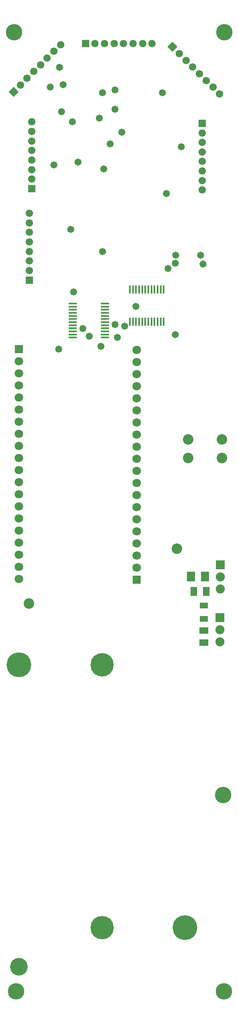
<source format=gbr>
G04*
G04 #@! TF.GenerationSoftware,Altium Limited,Altium Designer,22.11.1 (43)*
G04*
G04 Layer_Color=16711935*
%FSLAX44Y44*%
%MOMM*%
G71*
G04*
G04 #@! TF.SameCoordinates,B6AE56F5-1224-44F4-9462-935C271CF011*
G04*
G04*
G04 #@! TF.FilePolarity,Negative*
G04*
G01*
G75*
%ADD25C,1.5532*%
%ADD26R,1.5532X1.5532*%
%ADD27C,1.8032*%
%ADD28R,1.8032X1.8032*%
%ADD29C,1.9032*%
%ADD30R,1.9032X1.9032*%
%ADD31P,2.1966X4X90.0*%
%ADD32R,1.5532X1.5532*%
%ADD33P,2.1966X4X360.0*%
%ADD34C,5.2032*%
%ADD35C,3.7032*%
%ADD36C,4.9032*%
%ADD37C,1.4732*%
%ADD38C,2.2032*%
%ADD39C,3.4532*%
%ADD61R,1.8062X1.3046*%
G04:AMPARAMS|DCode=64|XSize=1.7528mm|YSize=0.4149mm|CornerRadius=0.2075mm|HoleSize=0mm|Usage=FLASHONLY|Rotation=180.000|XOffset=0mm|YOffset=0mm|HoleType=Round|Shape=RoundedRectangle|*
%AMROUNDEDRECTD64*
21,1,1.7528,0.0000,0,0,180.0*
21,1,1.3379,0.4149,0,0,180.0*
1,1,0.4149,-0.6690,0.0000*
1,1,0.4149,0.6690,0.0000*
1,1,0.4149,0.6690,0.0000*
1,1,0.4149,-0.6690,0.0000*
%
%ADD64ROUNDEDRECTD64*%
G04:AMPARAMS|DCode=65|XSize=1.7528mm|YSize=0.4149mm|CornerRadius=0.2075mm|HoleSize=0mm|Usage=FLASHONLY|Rotation=90.000|XOffset=0mm|YOffset=0mm|HoleType=Round|Shape=RoundedRectangle|*
%AMROUNDEDRECTD65*
21,1,1.7528,0.0000,0,0,90.0*
21,1,1.3379,0.4149,0,0,90.0*
1,1,0.4149,0.0000,0.6690*
1,1,0.4149,0.0000,-0.6690*
1,1,0.4149,0.0000,-0.6690*
1,1,0.4149,0.0000,0.6690*
%
%ADD65ROUNDEDRECTD65*%
%ADD66R,1.7528X0.4149*%
%ADD67R,0.4149X1.7528*%
%ADD68R,1.3532X1.9032*%
%ADD69R,1.9032X1.3532*%
%ADD70R,1.7532X2.1032*%
D25*
X670000Y2076000D02*
D03*
Y2036000D02*
D03*
Y2016000D02*
D03*
Y1976000D02*
D03*
Y1956000D02*
D03*
Y1996000D02*
D03*
Y2056000D02*
D03*
X635574Y2228426D02*
D03*
X678000Y2186000D02*
D03*
X464000Y2264000D02*
D03*
X524000D02*
D03*
X300716Y2190716D02*
D03*
X343142Y2233142D02*
D03*
X311000Y1999000D02*
D03*
Y2059000D02*
D03*
X306000Y1887000D02*
D03*
Y1787000D02*
D03*
Y1807000D02*
D03*
Y1827000D02*
D03*
Y1847000D02*
D03*
Y1867000D02*
D03*
X706284Y2157716D02*
D03*
X692142Y2171858D02*
D03*
X663858Y2200142D02*
D03*
X649716Y2214284D02*
D03*
X621431Y2242569D02*
D03*
X564000Y2264000D02*
D03*
X544000D02*
D03*
X504000D02*
D03*
X484000D02*
D03*
X444000D02*
D03*
X371426Y2261426D02*
D03*
X357284Y2247284D02*
D03*
X329000Y2219000D02*
D03*
X314858Y2204858D02*
D03*
X286574Y2176574D02*
D03*
X311000Y2099000D02*
D03*
Y2079000D02*
D03*
Y2039000D02*
D03*
Y2019000D02*
D03*
Y1979000D02*
D03*
X306000Y1907000D02*
D03*
D26*
X670000Y2096000D02*
D03*
X306000Y1767000D02*
D03*
X311000Y1959000D02*
D03*
D27*
X284000Y1266200D02*
D03*
Y1342400D02*
D03*
Y1367800D02*
D03*
Y1393200D02*
D03*
Y1444000D02*
D03*
Y1469400D02*
D03*
Y1520200D02*
D03*
Y1571000D02*
D03*
Y1596400D02*
D03*
Y1545600D02*
D03*
Y1494800D02*
D03*
Y1418600D02*
D03*
Y1317000D02*
D03*
Y1291600D02*
D03*
Y1240800D02*
D03*
Y1215400D02*
D03*
Y1190000D02*
D03*
Y1164600D02*
D03*
Y1139200D02*
D03*
X532000Y1493000D02*
D03*
Y1416800D02*
D03*
Y1391400D02*
D03*
Y1366000D02*
D03*
Y1315200D02*
D03*
Y1289800D02*
D03*
Y1239000D02*
D03*
Y1188200D02*
D03*
Y1162800D02*
D03*
Y1213600D02*
D03*
Y1264400D02*
D03*
Y1340600D02*
D03*
Y1442200D02*
D03*
Y1467600D02*
D03*
Y1518400D02*
D03*
Y1543800D02*
D03*
Y1569200D02*
D03*
Y1594600D02*
D03*
Y1620000D02*
D03*
D28*
X284000Y1621800D02*
D03*
X532000Y1137400D02*
D03*
D29*
X707000Y1032600D02*
D03*
Y1007200D02*
D03*
X708000Y1143400D02*
D03*
Y1118000D02*
D03*
D30*
Y1168800D02*
D03*
X707000Y1058000D02*
D03*
D31*
X272432Y2162431D02*
D03*
D32*
X424000Y2264000D02*
D03*
D33*
X607289Y2256711D02*
D03*
D34*
X633520Y406850D02*
D03*
X283420Y958850D02*
D03*
D35*
Y324650D02*
D03*
D36*
X458470Y406850D02*
D03*
Y958850D02*
D03*
D37*
X350000Y2172000D02*
D03*
X368890Y2214000D02*
D03*
X377000Y2176920D02*
D03*
X613147Y1652016D02*
D03*
X666001Y1819216D02*
D03*
X418000Y1665000D02*
D03*
X367552Y1621448D02*
D03*
X431517Y1648532D02*
D03*
X491000Y1646000D02*
D03*
X456000Y1628000D02*
D03*
X506320Y1670320D02*
D03*
X486000Y1673747D02*
D03*
X459760Y1826913D02*
D03*
X399000Y1742000D02*
D03*
X671081Y1800331D02*
D03*
X459966Y2160689D02*
D03*
X500679Y2077509D02*
D03*
X396270Y2099213D02*
D03*
X452816Y2107184D02*
D03*
X475979Y2053000D02*
D03*
X393035Y1873621D02*
D03*
X486000Y2126000D02*
D03*
X586000Y2160000D02*
D03*
X485560Y2166641D02*
D03*
X462089Y2000110D02*
D03*
X626000Y2047000D02*
D03*
X614160Y1819216D02*
D03*
X612514Y1802429D02*
D03*
X594327Y1948953D02*
D03*
X530000Y1712000D02*
D03*
X373095Y2120845D02*
D03*
X407627Y2014991D02*
D03*
X357000Y2009000D02*
D03*
X598000Y1791000D02*
D03*
D38*
X711000Y1393000D02*
D03*
Y1432370D02*
D03*
X639880D02*
D03*
Y1393000D02*
D03*
X616000Y1203000D02*
D03*
X305000Y1088000D02*
D03*
D39*
X714000Y685000D02*
D03*
X715000Y273000D02*
D03*
X278000D02*
D03*
X273000Y2287000D02*
D03*
X716000D02*
D03*
D61*
X673000Y1083008D02*
D03*
Y1054992D02*
D03*
D64*
X397000Y1665500D02*
D03*
Y1672000D02*
D03*
Y1678500D02*
D03*
Y1685000D02*
D03*
Y1691500D02*
D03*
Y1659000D02*
D03*
X464503Y1691500D02*
D03*
Y1685000D02*
D03*
Y1672000D02*
D03*
Y1678500D02*
D03*
Y1665500D02*
D03*
Y1711000D02*
D03*
Y1704500D02*
D03*
Y1698000D02*
D03*
X397000D02*
D03*
Y1704500D02*
D03*
Y1711000D02*
D03*
Y1717500D02*
D03*
Y1652500D02*
D03*
Y1646000D02*
D03*
X464503D02*
D03*
Y1652500D02*
D03*
Y1659000D02*
D03*
D65*
X530250Y1746751D02*
D03*
X582250Y1679249D02*
D03*
X575750D02*
D03*
X569250D02*
D03*
X562750D02*
D03*
X556250D02*
D03*
X549750D02*
D03*
X543250D02*
D03*
X536750D02*
D03*
Y1746751D02*
D03*
X543250D02*
D03*
X549750D02*
D03*
X556250D02*
D03*
X562750D02*
D03*
X569250D02*
D03*
X575750D02*
D03*
X582250D02*
D03*
X588750D02*
D03*
X523750D02*
D03*
X517250D02*
D03*
Y1679249D02*
D03*
X523750D02*
D03*
X530250D02*
D03*
D66*
X464503Y1717500D02*
D03*
D67*
X588750Y1679249D02*
D03*
D68*
X652250Y1113000D02*
D03*
X677750D02*
D03*
D69*
X673000Y1030750D02*
D03*
Y1005250D02*
D03*
D70*
X646250Y1144000D02*
D03*
X675750D02*
D03*
M02*

</source>
